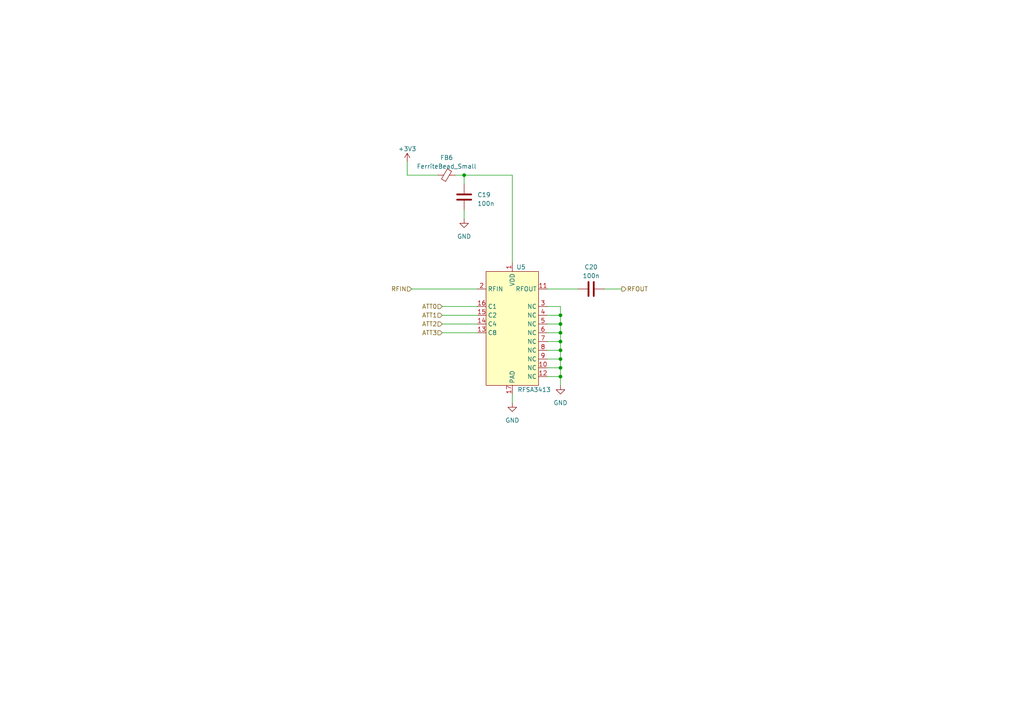
<source format=kicad_sch>
(kicad_sch (version 20210406) (generator eeschema)
  (paper "A4")
  (lib_symbols
    (symbol "Device:C" (pin_numbers hide) (pin_names (offset 0.254))
      (property "Reference" "C" (at 0.635 2.54 0))
      (property "Value" "C" (at 0.635 -2.54 0))
      (symbol "C_0_1"
        (polyline (pts (xy -2.032 -0.762) (xy 2.032 -0.762)) (stroke (width 0.508)))
        (polyline (pts (xy -2.032 0.762) (xy 2.032 0.762)) (stroke (width 0.508)))
      )
      (symbol "C_1_1"
        (pin passive line (at 0 3.81 270) (length 2.794) (name "~") (number "1"))
        (pin passive line (at 0 -3.81 90) (length 2.794) (name "~") (number "2"))
      )
    )
    (symbol "Device:FerriteBead_Small" (pin_numbers hide) (pin_names (offset 0))
      (property "Reference" "FB" (at 1.905 1.27 0))
      (property "Value" "FerriteBead_Small" (at 1.905 -1.27 0))
      (symbol "FerriteBead_Small_0_1"
        (polyline (pts (xy 0 -1.27) (xy 0 -0.7874)))
        (polyline (pts (xy 0 0.889) (xy 0 1.2954)))
        (polyline (pts (xy -1.8288 0.2794) (xy -1.1176 1.4986) (xy 1.8288 -0.2032) (xy 1.1176 -1.4224) (xy -1.8288 0.2794)))
      )
      (symbol "FerriteBead_Small_1_1"
        (pin passive line (at 0 2.54 270) (length 1.27) (name "~") (number "1"))
        (pin passive line (at 0 -2.54 90) (length 1.27) (name "~") (number "2"))
      )
    )
    (symbol "RF_WUT:RFSA3413"
      (property "Reference" "U" (at 3.81 6.35 0))
      (property "Value" "RFSA3413" (at 7.62 -29.21 0))
      (symbol "RFSA3413_0_1"
        (rectangle (start -7.62 5.08) (end 7.62 -27.94) (stroke (width 0.1524)) (fill (type background)))
      )
      (symbol "RFSA3413_1_1"
        (pin power_in line (at 0 7.62 270) (length 2.54) (name "VDD") (number "1"))
        (pin passive line (at 10.16 -22.86 180) (length 2.54) (name "NC") (number "10"))
        (pin output line (at 10.16 0 180) (length 2.54) (name "RFOUT") (number "11"))
        (pin passive line (at 10.16 -25.4 180) (length 2.54) (name "NC") (number "12"))
        (pin input line (at -10.16 -12.7 0) (length 2.54) (name "C8") (number "13"))
        (pin input line (at -10.16 -10.16 0) (length 2.54) (name "C4") (number "14"))
        (pin input line (at -10.16 -7.62 0) (length 2.54) (name "C2") (number "15"))
        (pin input line (at -10.16 -5.08 0) (length 2.54) (name "C1") (number "16"))
        (pin power_in line (at 0 -30.48 90) (length 2.54) (name "PAD") (number "17"))
        (pin input line (at -10.16 0 0) (length 2.54) (name "RFIN") (number "2"))
        (pin passive line (at 10.16 -5.08 180) (length 2.54) (name "NC") (number "3"))
        (pin passive line (at 10.16 -7.62 180) (length 2.54) (name "NC") (number "4"))
        (pin passive line (at 10.16 -10.16 180) (length 2.54) (name "NC") (number "5"))
        (pin passive line (at 10.16 -12.7 180) (length 2.54) (name "NC") (number "6"))
        (pin passive line (at 10.16 -15.24 180) (length 2.54) (name "NC") (number "7"))
        (pin passive line (at 10.16 -17.78 180) (length 2.54) (name "NC") (number "8"))
        (pin passive line (at 10.16 -20.32 180) (length 2.54) (name "NC") (number "9"))
      )
    )
    (symbol "power:+3.3V" (power) (pin_names (offset 0))
      (property "Value" "+3.3V" (at 0 3.556 0))
      (symbol "+3.3V_0_1"
        (polyline (pts (xy -0.762 1.27) (xy 0 2.54)))
        (polyline (pts (xy 0 0) (xy 0 2.54)))
        (polyline (pts (xy 0 2.54) (xy 0.762 1.27)))
      )
      (symbol "+3.3V_1_1"
        (pin power_in line (at 0 0 90) (length 0) hide (name "+3V3") (number "1"))
      )
    )
    (symbol "power:GND" (power) (pin_names (offset 0))
      (property "Value" "GND" (at 0 -3.81 0))
      (symbol "GND_0_1"
        (polyline (pts (xy 0 0) (xy 0 -1.27) (xy 1.27 -1.27) (xy 0 -2.54) (xy -1.27 -1.27) (xy 0 -1.27)))
      )
      (symbol "GND_1_1"
        (pin power_in line (at 0 0 270) (length 0) hide (name "GND") (number "1"))
      )
    )
  )
  (junction (at 134.62 50.8) (diameter 0.9144))
  (junction (at 162.56 91.44) (diameter 0.9144))
  (junction (at 162.56 93.98) (diameter 0.9144))
  (junction (at 162.56 96.52) (diameter 0.9144))
  (junction (at 162.56 99.06) (diameter 0.9144))
  (junction (at 162.56 101.6) (diameter 0.9144))
  (junction (at 162.56 104.14) (diameter 0.9144))
  (junction (at 162.56 106.68) (diameter 0.9144))
  (junction (at 162.56 109.22) (diameter 0.9144))
  (wire (pts (xy 118.11 50.8) (xy 118.11 46.99)))
  (wire (pts (xy 119.38 83.82) (xy 138.43 83.82)))
  (wire (pts (xy 127 50.8) (xy 118.11 50.8)))
  (wire (pts (xy 128.27 88.9) (xy 138.43 88.9)))
  (wire (pts (xy 128.27 91.44) (xy 138.43 91.44)))
  (wire (pts (xy 128.27 93.98) (xy 138.43 93.98)))
  (wire (pts (xy 128.27 96.52) (xy 138.43 96.52)))
  (wire (pts (xy 132.08 50.8) (xy 134.62 50.8)))
  (wire (pts (xy 134.62 50.8) (xy 134.62 53.34)))
  (wire (pts (xy 134.62 50.8) (xy 148.59 50.8)))
  (wire (pts (xy 134.62 60.96) (xy 134.62 63.5)))
  (wire (pts (xy 148.59 50.8) (xy 148.59 76.2)))
  (wire (pts (xy 148.59 114.3) (xy 148.59 116.84)))
  (wire (pts (xy 158.75 83.82) (xy 167.64 83.82)))
  (wire (pts (xy 158.75 88.9) (xy 162.56 88.9)))
  (wire (pts (xy 158.75 91.44) (xy 162.56 91.44)))
  (wire (pts (xy 158.75 93.98) (xy 162.56 93.98)))
  (wire (pts (xy 158.75 96.52) (xy 162.56 96.52)))
  (wire (pts (xy 158.75 99.06) (xy 162.56 99.06)))
  (wire (pts (xy 158.75 101.6) (xy 162.56 101.6)))
  (wire (pts (xy 158.75 104.14) (xy 162.56 104.14)))
  (wire (pts (xy 158.75 106.68) (xy 162.56 106.68)))
  (wire (pts (xy 158.75 109.22) (xy 162.56 109.22)))
  (wire (pts (xy 162.56 88.9) (xy 162.56 91.44)))
  (wire (pts (xy 162.56 91.44) (xy 162.56 93.98)))
  (wire (pts (xy 162.56 93.98) (xy 162.56 96.52)))
  (wire (pts (xy 162.56 96.52) (xy 162.56 99.06)))
  (wire (pts (xy 162.56 99.06) (xy 162.56 101.6)))
  (wire (pts (xy 162.56 101.6) (xy 162.56 104.14)))
  (wire (pts (xy 162.56 104.14) (xy 162.56 106.68)))
  (wire (pts (xy 162.56 106.68) (xy 162.56 109.22)))
  (wire (pts (xy 162.56 109.22) (xy 162.56 111.76)))
  (wire (pts (xy 175.26 83.82) (xy 180.34 83.82)))
  (hierarchical_label "RFIN" (shape input) (at 119.38 83.82 180))
  (hierarchical_label "ATT0" (shape input) (at 128.27 88.9 180))
  (hierarchical_label "ATT1" (shape input) (at 128.27 91.44 180))
  (hierarchical_label "ATT2" (shape input) (at 128.27 93.98 180))
  (hierarchical_label "ATT3" (shape input) (at 128.27 96.52 180))
  (hierarchical_label "RFOUT" (shape output) (at 180.34 83.82 0))
  (symbol (lib_id "power:+3.3V") (at 118.11 46.99 0) (unit 1)
    (property "Reference" "#PWR029" (effects hide))
    (property "Value" "+3.3V" (at 118.11 43.18 0))
  )
  (symbol (lib_id "power:GND") (at 134.62 63.5 0) (unit 1)
    (property "Reference" "#PWR030" (effects hide))
    (property "Value" "GND" (at 134.62 68.58 0))
  )
  (symbol (lib_id "power:GND") (at 148.59 116.84 0) (unit 1)
    (property "Reference" "#PWR031" (effects hide))
    (property "Value" "GND" (at 148.59 121.92 0))
  )
  (symbol (lib_id "power:GND") (at 162.56 111.76 0) (unit 1)
    (property "Reference" "#PWR032" (effects hide))
    (property "Value" "GND" (at 162.56 116.84 0))
  )
  (symbol (lib_id "Device:FerriteBead_Small") (at 129.54 50.8 90) (unit 1)
    (property "Reference" "FB6" (at 129.54 45.72 90))
    (property "Value" "FerriteBead_Small" (at 129.54 48.26 90))
    (property "Footprint" "Inductor_SMD:L_0402_1005Metric" (effects hide))
  )
  (symbol (lib_id "Device:C") (at 134.62 57.15 0) (unit 1)
    (property "Reference" "C19" (at 138.43 56.5149 0) (effects (justify left)))
    (property "Value" "100n" (at 138.43 59.0549 0) (effects (justify left)))
    (property "Footprint" "Capacitor_SMD:C_0402_1005Metric" (effects hide))
  )
  (symbol (lib_id "Device:C") (at 171.45 83.82 90) (unit 1)
    (property "Reference" "C20" (at 171.45 77.47 90))
    (property "Value" "100n" (at 171.45 80.01 90))
    (property "Footprint" "Capacitor_SMD:C_0402_1005Metric" (effects hide))
  )
  (symbol (lib_id "RF_WUT:RFSA3413") (at 148.59 83.82 0)
    (property "Reference" "U5" (at 151.13 77.47 0))
    (property "Value" "RFSA3413" (at 154.94 113.03 0))
    (property "Footprint" "Package_DFN_QFN:QFN-16-1EP_3x3mm_P0.5mm_EP1.7x1.7mm" (effects hide))
    (property "Datasheet" "https://www.mouser.co.uk/datasheet/2/412/RFSA3413_Data_Sheet-1506844.pdf" (effects hide))
  )
)
</source>
